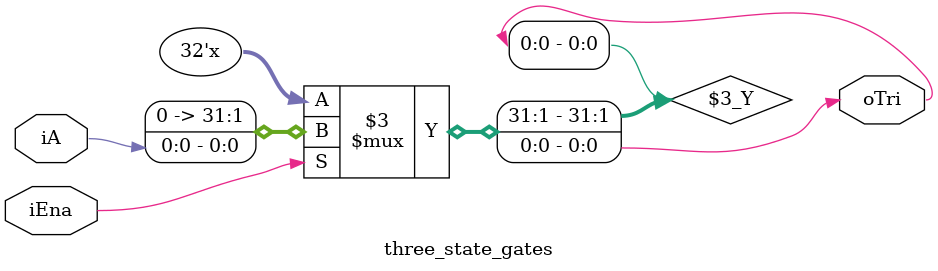
<source format=v>
`timescale 1ns / 1ps


module three_state_gates(iA,iEna,oTri);
   input iA;
   input iEna;
   output oTri;
   assign oTri = (iEna==1)? iA:'bz;
endmodule

</source>
